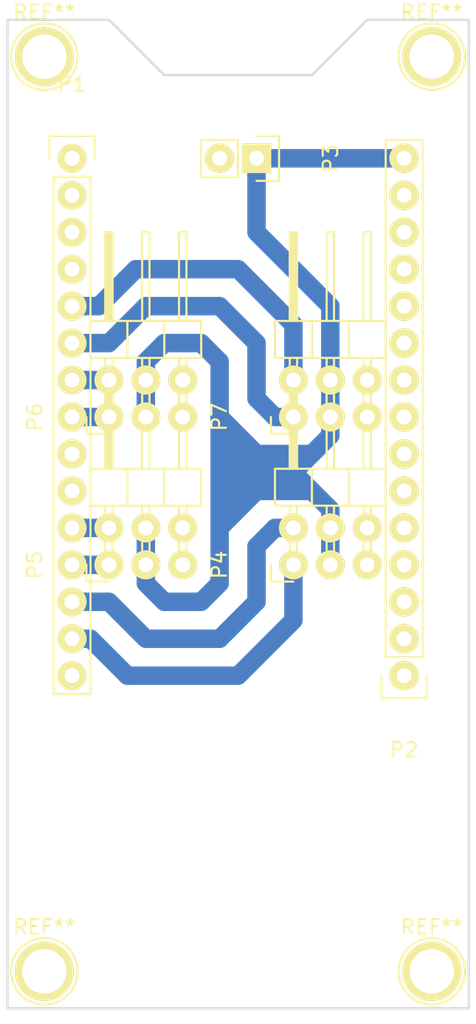
<source format=kicad_pcb>

(kicad_pcb
  (version 4)
  (host pcbnew 4.0.1-3.201512221402+6198~38~ubuntu15.04.1-stable)
  (general
    (links 29)
    (no_connects 0)
    (area 79.419667 47.97 113.620334 119.901)
    (thickness 1.6)
    (drawings 8)
    (tracks 71)
    (zones 0)
    (modules 11)
    (nets 28))
  (page A4)
  (layers
    (0 F.Cu signal)
    (31 B.Cu signal)
    (32 B.Adhes user)
    (33 F.Adhes user)
    (34 B.Paste user)
    (35 F.Paste user)
    (36 B.SilkS user)
    (37 F.SilkS user)
    (38 B.Mask user)
    (39 F.Mask user)
    (40 Dwgs.User user)
    (41 Cmts.User user)
    (42 Eco1.User user)
    (43 Eco2.User user)
    (44 Edge.Cuts user)
    (45 Margin user)
    (46 B.CrtYd user)
    (47 F.CrtYd user)
    (48 B.Fab user)
    (49 F.Fab user))
  (setup
    (last_trace_width 1.27)
    (trace_clearance 0.762)
    (zone_clearance 0.254)
    (zone_45_only no)
    (trace_min 1.27)
    (segment_width 0.2)
    (edge_width 0.15)
    (via_size 0.6)
    (via_drill 0.4)
    (via_min_size 0.4)
    (via_min_drill 0.3)
    (uvia_size 0.3)
    (uvia_drill 0.1)
    (uvias_allowed no)
    (uvia_min_size 0)
    (uvia_min_drill 0)
    (pcb_text_width 0.3)
    (pcb_text_size 1.5 1.5)
    (mod_edge_width 0.15)
    (mod_text_size 1 1)
    (mod_text_width 0.15)
    (pad_size 2 2)
    (pad_drill 1.016)
    (pad_to_mask_clearance 0.2)
    (aux_axis_origin 0 0)
    (visible_elements FFFFFF7F)
    (pcbplotparams
      (layerselection 0x01000_80000000)
      (usegerberextensions false)
      (excludeedgelayer true)
      (linewidth 0.1)
      (plotframeref false)
      (viasonmask false)
      (mode 1)
      (useauxorigin false)
      (hpglpennumber 1)
      (hpglpenspeed 20)
      (hpglpendiameter 15)
      (hpglpenoverlay 2)
      (psnegative false)
      (psa4output false)
      (plotreference true)
      (plotvalue true)
      (plotinvisibletext false)
      (padsonsilk false)
      (subtractmaskfromsilk false)
      (outputformat 1)
      (mirror false)
      (drillshape 0)
      (scaleselection 1)
      (outputdirectory "")))
  (net 0 "")
  (net 1 "Net-(P1-Pad1)")
  (net 2 GND)
  (net 3 "Net-(P1-Pad3)")
  (net 4 "Net-(P1-Pad4)")
  (net 5 D8)
  (net 6 D7)
  (net 7 D6)
  (net 8 D5)
  (net 9 "Net-(P1-Pad10)")
  (net 10 D4)
  (net 11 D3)
  (net 12 D2)
  (net 13 D1)
  (net 14 "Net-(P1-Pad15)")
  (net 15 "Net-(P2-Pad1)")
  (net 16 "Net-(P2-Pad2)")
  (net 17 "Net-(P2-Pad3)")
  (net 18 "Net-(P2-Pad4)")
  (net 19 "Net-(P2-Pad5)")
  (net 20 "Net-(P2-Pad6)")
  (net 21 "Net-(P2-Pad7)")
  (net 22 "Net-(P2-Pad8)")
  (net 23 "Net-(P2-Pad9)")
  (net 24 "Net-(P2-Pad11)")
  (net 25 "Net-(P2-Pad12)")
  (net 26 "Net-(P2-Pad13)")
  (net 27 V+)
  (net_class Default "This is the default net class."
    (clearance 0.762)
    (trace_width 1.27)
    (via_dia 0.6)
    (via_drill 0.4)
    (uvia_dia 0.3)
    (uvia_drill 0.1)
    (add_net D1)
    (add_net D2)
    (add_net D3)
    (add_net D4)
    (add_net D5)
    (add_net D6)
    (add_net D7)
    (add_net D8)
    (add_net GND)
    (add_net "Net-(P1-Pad1)")
    (add_net "Net-(P1-Pad10)")
    (add_net "Net-(P1-Pad15)")
    (add_net "Net-(P1-Pad3)")
    (add_net "Net-(P1-Pad4)")
    (add_net "Net-(P2-Pad1)")
    (add_net "Net-(P2-Pad11)")
    (add_net "Net-(P2-Pad12)")
    (add_net "Net-(P2-Pad13)")
    (add_net "Net-(P2-Pad2)")
    (add_net "Net-(P2-Pad3)")
    (add_net "Net-(P2-Pad4)")
    (add_net "Net-(P2-Pad5)")
    (add_net "Net-(P2-Pad6)")
    (add_net "Net-(P2-Pad7)")
    (add_net "Net-(P2-Pad8)")
    (add_net "Net-(P2-Pad9)")
    (add_net V+))
  (module Pin_Headers:Pin_Header_Angled_2x03 placed
    (layer F.Cu)
    (tedit 56DD6A04)
    (tstamp 5693D7EA)
    (at 87.63 77.47 90)
    (descr "Through hole pin header")
    (tags "pin header")
    (path /5693D1F3)
    (fp_text reference P6
      (at 0 -5.1 90)
      (layer F.SilkS)
      (effects
        (font
          (size 1 1)
          (thickness 0.15))))
    (fp_text value CONN_02X03
      (at 0 -3.1 90)
      (layer F.Fab)
      (effects
        (font
          (size 1 1)
          (thickness 0.15))))
    (fp_line
      (start -1.35 -1.75)
      (end -1.35 6.85)
      (layer F.CrtYd)
      (width 0.05))
    (fp_line
      (start 13.2 -1.75)
      (end 13.2 6.85)
      (layer F.CrtYd)
      (width 0.05))
    (fp_line
      (start -1.35 -1.75)
      (end 13.2 -1.75)
      (layer F.CrtYd)
      (width 0.05))
    (fp_line
      (start -1.35 6.85)
      (end 13.2 6.85)
      (layer F.CrtYd)
      (width 0.05))
    (fp_line
      (start 1.524 5.334)
      (end 1.016 5.334)
      (layer F.SilkS)
      (width 0.15))
    (fp_line
      (start 1.524 4.826)
      (end 1.016 4.826)
      (layer F.SilkS)
      (width 0.15))
    (fp_line
      (start 1.524 2.794)
      (end 1.016 2.794)
      (layer F.SilkS)
      (width 0.15))
    (fp_line
      (start 1.524 2.286)
      (end 1.016 2.286)
      (layer F.SilkS)
      (width 0.15))
    (fp_line
      (start 1.524 0.254)
      (end 1.016 0.254)
      (layer F.SilkS)
      (width 0.15))
    (fp_line
      (start 1.524 -0.254)
      (end 1.016 -0.254)
      (layer F.SilkS)
      (width 0.15))
    (fp_line
      (start 4.064 2.286)
      (end 3.556 2.286)
      (layer F.SilkS)
      (width 0.15))
    (fp_line
      (start 4.064 2.794)
      (end 3.556 2.794)
      (layer F.SilkS)
      (width 0.15))
    (fp_line
      (start 4.064 4.826)
      (end 3.556 4.826)
      (layer F.SilkS)
      (width 0.15))
    (fp_line
      (start 4.064 5.334)
      (end 3.556 5.334)
      (layer F.SilkS)
      (width 0.15))
    (fp_line
      (start 4.064 -0.254)
      (end 3.556 -0.254)
      (layer F.SilkS)
      (width 0.15))
    (fp_line
      (start 4.064 0.254)
      (end 3.556 0.254)
      (layer F.SilkS)
      (width 0.15))
    (fp_line
      (start 0 -1.55)
      (end -1.15 -1.55)
      (layer F.SilkS)
      (width 0.15))
    (fp_line
      (start -1.15 -1.55)
      (end -1.15 0)
      (layer F.SilkS)
      (width 0.15))
    (fp_line
      (start 6.604 -0.127)
      (end 12.573 -0.127)
      (layer F.SilkS)
      (width 0.15))
    (fp_line
      (start 12.573 -0.127)
      (end 12.573 0.127)
      (layer F.SilkS)
      (width 0.15))
    (fp_line
      (start 12.573 0.127)
      (end 6.731 0.127)
      (layer F.SilkS)
      (width 0.15))
    (fp_line
      (start 6.731 0.127)
      (end 6.731 0)
      (layer F.SilkS)
      (width 0.15))
    (fp_line
      (start 6.731 0)
      (end 12.573 0)
      (layer F.SilkS)
      (width 0.15))
    (fp_line
      (start 4.064 1.27)
      (end 4.064 3.81)
      (layer F.SilkS)
      (width 0.15))
    (fp_line
      (start 4.064 3.81)
      (end 6.604 3.81)
      (layer F.SilkS)
      (width 0.15))
    (fp_line
      (start 6.604 2.286)
      (end 12.7 2.286)
      (layer F.SilkS)
      (width 0.15))
    (fp_line
      (start 12.7 2.286)
      (end 12.7 2.794)
      (layer F.SilkS)
      (width 0.15))
    (fp_line
      (start 12.7 2.794)
      (end 6.604 2.794)
      (layer F.SilkS)
      (width 0.15))
    (fp_line
      (start 6.604 3.81)
      (end 6.604 1.27)
      (layer F.SilkS)
      (width 0.15))
    (fp_line
      (start 4.064 6.35)
      (end 6.604 6.35)
      (layer F.SilkS)
      (width 0.15))
    (fp_line
      (start 6.604 6.35)
      (end 6.604 3.81)
      (layer F.SilkS)
      (width 0.15))
    (fp_line
      (start 12.7 5.334)
      (end 6.604 5.334)
      (layer F.SilkS)
      (width 0.15))
    (fp_line
      (start 12.7 4.826)
      (end 12.7 5.334)
      (layer F.SilkS)
      (width 0.15))
    (fp_line
      (start 6.604 4.826)
      (end 12.7 4.826)
      (layer F.SilkS)
      (width 0.15))
    (fp_line
      (start 4.064 6.35)
      (end 6.604 6.35)
      (layer F.SilkS)
      (width 0.15))
    (fp_line
      (start 4.064 3.81)
      (end 4.064 6.35)
      (layer F.SilkS)
      (width 0.15))
    (fp_line
      (start 4.064 3.81)
      (end 6.604 3.81)
      (layer F.SilkS)
      (width 0.15))
    (fp_line
      (start 4.064 1.27)
      (end 6.604 1.27)
      (layer F.SilkS)
      (width 0.15))
    (fp_line
      (start 6.604 1.27)
      (end 6.604 -1.27)
      (layer F.SilkS)
      (width 0.15))
    (fp_line
      (start 12.7 0.254)
      (end 6.604 0.254)
      (layer F.SilkS)
      (width 0.15))
    (fp_line
      (start 12.7 -0.254)
      (end 12.7 0.254)
      (layer F.SilkS)
      (width 0.15))
    (fp_line
      (start 6.604 -0.254)
      (end 12.7 -0.254)
      (layer F.SilkS)
      (width 0.15))
    (fp_line
      (start 4.064 1.27)
      (end 6.604 1.27)
      (layer F.SilkS)
      (width 0.15))
    (fp_line
      (start 4.064 -1.27)
      (end 4.064 1.27)
      (layer F.SilkS)
      (width 0.15))
    (fp_line
      (start 4.064 -1.27)
      (end 6.604 -1.27)
      (layer F.SilkS)
      (width 0.15))
    (pad 1 thru_hole circle
      (at 0 0 90)
      (size 2 2)
      (drill 1.016)
      (layers *.Cu *.Mask F.SilkS)
      (net 8 D5))
    (pad 2 thru_hole circle
      (at 2.54 0 90)
      (size 2 2)
      (drill 1.016)
      (layers *.Cu *.Mask F.SilkS)
      (net 7 D6))
    (pad 3 thru_hole circle
      (at 0 2.54 90)
      (size 2 2)
      (drill 1.016)
      (layers *.Cu *.Mask F.SilkS)
      (net 27 V+))
    (pad 4 thru_hole circle
      (at 2.54 2.54 90)
      (size 2 2)
      (drill 1.016)
      (layers *.Cu *.Mask F.SilkS)
      (net 27 V+))
    (pad 5 thru_hole circle
      (at 0 5.08 90)
      (size 2 2)
      (drill 1.016)
      (layers *.Cu *.Mask F.SilkS))
    (pad 6 thru_hole circle
      (at 2.54 5.08 90)
      (size 2 2)
      (drill 1.016)
      (layers *.Cu *.Mask F.SilkS))
    (model Pin_Headers.3dshapes/Pin_Header_Angled_2x03.wrl
      (at
        (xyz 0.05 -0.1 0))
      (scale
        (xyz 1 1 1))
      (rotate
        (xyz 0 0 90))))
  (module Pin_Headers:Pin_Header_Angled_2x03 placed
    (layer F.Cu)
    (tedit 56DD69E4)
    (tstamp 5693D7F4)
    (at 100.33 77.47 90)
    (descr "Through hole pin header")
    (tags "pin header")
    (path /5693D22A)
    (fp_text reference P7
      (at 0 -5.1 90)
      (layer F.SilkS)
      (effects
        (font
          (size 1 1)
          (thickness 0.15))))
    (fp_text value CONN_02X03
      (at 0 -3.1 90)
      (layer F.Fab)
      (effects
        (font
          (size 1 1)
          (thickness 0.15))))
    (fp_line
      (start -1.35 -1.75)
      (end -1.35 6.85)
      (layer F.CrtYd)
      (width 0.05))
    (fp_line
      (start 13.2 -1.75)
      (end 13.2 6.85)
      (layer F.CrtYd)
      (width 0.05))
    (fp_line
      (start -1.35 -1.75)
      (end 13.2 -1.75)
      (layer F.CrtYd)
      (width 0.05))
    (fp_line
      (start -1.35 6.85)
      (end 13.2 6.85)
      (layer F.CrtYd)
      (width 0.05))
    (fp_line
      (start 1.524 5.334)
      (end 1.016 5.334)
      (layer F.SilkS)
      (width 0.15))
    (fp_line
      (start 1.524 4.826)
      (end 1.016 4.826)
      (layer F.SilkS)
      (width 0.15))
    (fp_line
      (start 1.524 2.794)
      (end 1.016 2.794)
      (layer F.SilkS)
      (width 0.15))
    (fp_line
      (start 1.524 2.286)
      (end 1.016 2.286)
      (layer F.SilkS)
      (width 0.15))
    (fp_line
      (start 1.524 0.254)
      (end 1.016 0.254)
      (layer F.SilkS)
      (width 0.15))
    (fp_line
      (start 1.524 -0.254)
      (end 1.016 -0.254)
      (layer F.SilkS)
      (width 0.15))
    (fp_line
      (start 4.064 2.286)
      (end 3.556 2.286)
      (layer F.SilkS)
      (width 0.15))
    (fp_line
      (start 4.064 2.794)
      (end 3.556 2.794)
      (layer F.SilkS)
      (width 0.15))
    (fp_line
      (start 4.064 4.826)
      (end 3.556 4.826)
      (layer F.SilkS)
      (width 0.15))
    (fp_line
      (start 4.064 5.334)
      (end 3.556 5.334)
      (layer F.SilkS)
      (width 0.15))
    (fp_line
      (start 4.064 -0.254)
      (end 3.556 -0.254)
      (layer F.SilkS)
      (width 0.15))
    (fp_line
      (start 4.064 0.254)
      (end 3.556 0.254)
      (layer F.SilkS)
      (width 0.15))
    (fp_line
      (start 0 -1.55)
      (end -1.15 -1.55)
      (layer F.SilkS)
      (width 0.15))
    (fp_line
      (start -1.15 -1.55)
      (end -1.15 0)
      (layer F.SilkS)
      (width 0.15))
    (fp_line
      (start 6.604 -0.127)
      (end 12.573 -0.127)
      (layer F.SilkS)
      (width 0.15))
    (fp_line
      (start 12.573 -0.127)
      (end 12.573 0.127)
      (layer F.SilkS)
      (width 0.15))
    (fp_line
      (start 12.573 0.127)
      (end 6.731 0.127)
      (layer F.SilkS)
      (width 0.15))
    (fp_line
      (start 6.731 0.127)
      (end 6.731 0)
      (layer F.SilkS)
      (width 0.15))
    (fp_line
      (start 6.731 0)
      (end 12.573 0)
      (layer F.SilkS)
      (width 0.15))
    (fp_line
      (start 4.064 1.27)
      (end 4.064 3.81)
      (layer F.SilkS)
      (width 0.15))
    (fp_line
      (start 4.064 3.81)
      (end 6.604 3.81)
      (layer F.SilkS)
      (width 0.15))
    (fp_line
      (start 6.604 2.286)
      (end 12.7 2.286)
      (layer F.SilkS)
      (width 0.15))
    (fp_line
      (start 12.7 2.286)
      (end 12.7 2.794)
      (layer F.SilkS)
      (width 0.15))
    (fp_line
      (start 12.7 2.794)
      (end 6.604 2.794)
      (layer F.SilkS)
      (width 0.15))
    (fp_line
      (start 6.604 3.81)
      (end 6.604 1.27)
      (layer F.SilkS)
      (width 0.15))
    (fp_line
      (start 4.064 6.35)
      (end 6.604 6.35)
      (layer F.SilkS)
      (width 0.15))
    (fp_line
      (start 6.604 6.35)
      (end 6.604 3.81)
      (layer F.SilkS)
      (width 0.15))
    (fp_line
      (start 12.7 5.334)
      (end 6.604 5.334)
      (layer F.SilkS)
      (width 0.15))
    (fp_line
      (start 12.7 4.826)
      (end 12.7 5.334)
      (layer F.SilkS)
      (width 0.15))
    (fp_line
      (start 6.604 4.826)
      (end 12.7 4.826)
      (layer F.SilkS)
      (width 0.15))
    (fp_line
      (start 4.064 6.35)
      (end 6.604 6.35)
      (layer F.SilkS)
      (width 0.15))
    (fp_line
      (start 4.064 3.81)
      (end 4.064 6.35)
      (layer F.SilkS)
      (width 0.15))
    (fp_line
      (start 4.064 3.81)
      (end 6.604 3.81)
      (layer F.SilkS)
      (width 0.15))
    (fp_line
      (start 4.064 1.27)
      (end 6.604 1.27)
      (layer F.SilkS)
      (width 0.15))
    (fp_line
      (start 6.604 1.27)
      (end 6.604 -1.27)
      (layer F.SilkS)
      (width 0.15))
    (fp_line
      (start 12.7 0.254)
      (end 6.604 0.254)
      (layer F.SilkS)
      (width 0.15))
    (fp_line
      (start 12.7 -0.254)
      (end 12.7 0.254)
      (layer F.SilkS)
      (width 0.15))
    (fp_line
      (start 6.604 -0.254)
      (end 12.7 -0.254)
      (layer F.SilkS)
      (width 0.15))
    (fp_line
      (start 4.064 1.27)
      (end 6.604 1.27)
      (layer F.SilkS)
      (width 0.15))
    (fp_line
      (start 4.064 -1.27)
      (end 4.064 1.27)
      (layer F.SilkS)
      (width 0.15))
    (fp_line
      (start 4.064 -1.27)
      (end 6.604 -1.27)
      (layer F.SilkS)
      (width 0.15))
    (pad 1 thru_hole circle
      (at 0 0 90)
      (size 2 2)
      (drill 1.016)
      (layers *.Cu *.Mask F.SilkS)
      (net 6 D7))
    (pad 2 thru_hole circle
      (at 2.54 0 90)
      (size 2 2)
      (drill 1.016)
      (layers *.Cu *.Mask F.SilkS)
      (net 5 D8))
    (pad 3 thru_hole circle
      (at 0 2.54 90)
      (size 2 2)
      (drill 1.016)
      (layers *.Cu *.Mask F.SilkS)
      (net 27 V+))
    (pad 4 thru_hole circle
      (at 2.54 2.54 90)
      (size 2 2)
      (drill 1.016)
      (layers *.Cu *.Mask F.SilkS)
      (net 27 V+))
    (pad 5 thru_hole circle
      (at 0 5.08 90)
      (size 2 2)
      (drill 1.016)
      (layers *.Cu *.Mask F.SilkS))
    (pad 6 thru_hole circle
      (at 2.54 5.08 90)
      (size 2 2)
      (drill 1.016)
      (layers *.Cu *.Mask F.SilkS))
    (model Pin_Headers.3dshapes/Pin_Header_Angled_2x03.wrl
      (at
        (xyz 0.05 -0.1 0))
      (scale
        (xyz 1 1 1))
      (rotate
        (xyz 0 0 90))))
  (module Pin_Headers:Pin_Header_Angled_2x03 placed
    (layer F.Cu)
    (tedit 56DD69C8)
    (tstamp 5693D7D6)
    (at 100.33 87.63 90)
    (descr "Through hole pin header")
    (tags "pin header")
    (path /5693D1B5)
    (fp_text reference P4
      (at 0 -5.1 90)
      (layer F.SilkS)
      (effects
        (font
          (size 1 1)
          (thickness 0.15))))
    (fp_text value CONN_02X03
      (at 0 -3.1 90)
      (layer F.Fab)
      (effects
        (font
          (size 1 1)
          (thickness 0.15))))
    (fp_line
      (start -1.35 -1.75)
      (end -1.35 6.85)
      (layer F.CrtYd)
      (width 0.05))
    (fp_line
      (start 13.2 -1.75)
      (end 13.2 6.85)
      (layer F.CrtYd)
      (width 0.05))
    (fp_line
      (start -1.35 -1.75)
      (end 13.2 -1.75)
      (layer F.CrtYd)
      (width 0.05))
    (fp_line
      (start -1.35 6.85)
      (end 13.2 6.85)
      (layer F.CrtYd)
      (width 0.05))
    (fp_line
      (start 1.524 5.334)
      (end 1.016 5.334)
      (layer F.SilkS)
      (width 0.15))
    (fp_line
      (start 1.524 4.826)
      (end 1.016 4.826)
      (layer F.SilkS)
      (width 0.15))
    (fp_line
      (start 1.524 2.794)
      (end 1.016 2.794)
      (layer F.SilkS)
      (width 0.15))
    (fp_line
      (start 1.524 2.286)
      (end 1.016 2.286)
      (layer F.SilkS)
      (width 0.15))
    (fp_line
      (start 1.524 0.254)
      (end 1.016 0.254)
      (layer F.SilkS)
      (width 0.15))
    (fp_line
      (start 1.524 -0.254)
      (end 1.016 -0.254)
      (layer F.SilkS)
      (width 0.15))
    (fp_line
      (start 4.064 2.286)
      (end 3.556 2.286)
      (layer F.SilkS)
      (width 0.15))
    (fp_line
      (start 4.064 2.794)
      (end 3.556 2.794)
      (layer F.SilkS)
      (width 0.15))
    (fp_line
      (start 4.064 4.826)
      (end 3.556 4.826)
      (layer F.SilkS)
      (width 0.15))
    (fp_line
      (start 4.064 5.334)
      (end 3.556 5.334)
      (layer F.SilkS)
      (width 0.15))
    (fp_line
      (start 4.064 -0.254)
      (end 3.556 -0.254)
      (layer F.SilkS)
      (width 0.15))
    (fp_line
      (start 4.064 0.254)
      (end 3.556 0.254)
      (layer F.SilkS)
      (width 0.15))
    (fp_line
      (start 0 -1.55)
      (end -1.15 -1.55)
      (layer F.SilkS)
      (width 0.15))
    (fp_line
      (start -1.15 -1.55)
      (end -1.15 0)
      (layer F.SilkS)
      (width 0.15))
    (fp_line
      (start 6.604 -0.127)
      (end 12.573 -0.127)
      (layer F.SilkS)
      (width 0.15))
    (fp_line
      (start 12.573 -0.127)
      (end 12.573 0.127)
      (layer F.SilkS)
      (width 0.15))
    (fp_line
      (start 12.573 0.127)
      (end 6.731 0.127)
      (layer F.SilkS)
      (width 0.15))
    (fp_line
      (start 6.731 0.127)
      (end 6.731 0)
      (layer F.SilkS)
      (width 0.15))
    (fp_line
      (start 6.731 0)
      (end 12.573 0)
      (layer F.SilkS)
      (width 0.15))
    (fp_line
      (start 4.064 1.27)
      (end 4.064 3.81)
      (layer F.SilkS)
      (width 0.15))
    (fp_line
      (start 4.064 3.81)
      (end 6.604 3.81)
      (layer F.SilkS)
      (width 0.15))
    (fp_line
      (start 6.604 2.286)
      (end 12.7 2.286)
      (layer F.SilkS)
      (width 0.15))
    (fp_line
      (start 12.7 2.286)
      (end 12.7 2.794)
      (layer F.SilkS)
      (width 0.15))
    (fp_line
      (start 12.7 2.794)
      (end 6.604 2.794)
      (layer F.SilkS)
      (width 0.15))
    (fp_line
      (start 6.604 3.81)
      (end 6.604 1.27)
      (layer F.SilkS)
      (width 0.15))
    (fp_line
      (start 4.064 6.35)
      (end 6.604 6.35)
      (layer F.SilkS)
      (width 0.15))
    (fp_line
      (start 6.604 6.35)
      (end 6.604 3.81)
      (layer F.SilkS)
      (width 0.15))
    (fp_line
      (start 12.7 5.334)
      (end 6.604 5.334)
      (layer F.SilkS)
      (width 0.15))
    (fp_line
      (start 12.7 4.826)
      (end 12.7 5.334)
      (layer F.SilkS)
      (width 0.15))
    (fp_line
      (start 6.604 4.826)
      (end 12.7 4.826)
      (layer F.SilkS)
      (width 0.15))
    (fp_line
      (start 4.064 6.35)
      (end 6.604 6.35)
      (layer F.SilkS)
      (width 0.15))
    (fp_line
      (start 4.064 3.81)
      (end 4.064 6.35)
      (layer F.SilkS)
      (width 0.15))
    (fp_line
      (start 4.064 3.81)
      (end 6.604 3.81)
      (layer F.SilkS)
      (width 0.15))
    (fp_line
      (start 4.064 1.27)
      (end 6.604 1.27)
      (layer F.SilkS)
      (width 0.15))
    (fp_line
      (start 6.604 1.27)
      (end 6.604 -1.27)
      (layer F.SilkS)
      (width 0.15))
    (fp_line
      (start 12.7 0.254)
      (end 6.604 0.254)
      (layer F.SilkS)
      (width 0.15))
    (fp_line
      (start 12.7 -0.254)
      (end 12.7 0.254)
      (layer F.SilkS)
      (width 0.15))
    (fp_line
      (start 6.604 -0.254)
      (end 12.7 -0.254)
      (layer F.SilkS)
      (width 0.15))
    (fp_line
      (start 4.064 1.27)
      (end 6.604 1.27)
      (layer F.SilkS)
      (width 0.15))
    (fp_line
      (start 4.064 -1.27)
      (end 4.064 1.27)
      (layer F.SilkS)
      (width 0.15))
    (fp_line
      (start 4.064 -1.27)
      (end 6.604 -1.27)
      (layer F.SilkS)
      (width 0.15))
    (pad 1 thru_hole circle
      (at 0 0 90)
      (size 2 2)
      (drill 1.016)
      (layers *.Cu *.Mask F.SilkS)
      (net 13 D1))
    (pad 2 thru_hole circle
      (at 2.54 0 90)
      (size 2 2)
      (drill 1.016)
      (layers *.Cu *.Mask F.SilkS)
      (net 12 D2))
    (pad 3 thru_hole circle
      (at 0 2.54 90)
      (size 2 2)
      (drill 1.016)
      (layers *.Cu *.Mask F.SilkS)
      (net 27 V+))
    (pad 4 thru_hole circle
      (at 2.54 2.54 90)
      (size 2 2)
      (drill 1.016)
      (layers *.Cu *.Mask F.SilkS)
      (net 27 V+))
    (pad 5 thru_hole circle
      (at 0 5.08 90)
      (size 2 2)
      (drill 1.016)
      (layers *.Cu *.Mask F.SilkS))
    (pad 6 thru_hole circle
      (at 2.54 5.08 90)
      (size 2 2)
      (drill 1.016)
      (layers *.Cu *.Mask F.SilkS))
    (model Pin_Headers.3dshapes/Pin_Header_Angled_2x03.wrl
      (at
        (xyz 0.05 -0.1 0))
      (scale
        (xyz 1 1 1))
      (rotate
        (xyz 0 0 90))))
  (module Pin_Headers:Pin_Header_Straight_1x15 placed
    (layer F.Cu)
    (tedit 56DD696C)
    (tstamp 5693D7B3)
    (at 85.09 59.69)
    (descr "Through hole pin header")
    (tags "pin header")
    (path /5693D00D)
    (fp_text reference P1
      (at 0 -5.1)
      (layer F.SilkS)
      (effects
        (font
          (size 1 1)
          (thickness 0.15))))
    (fp_text value CONN_01X15
      (at 0 -3.1)
      (layer F.Fab)
      (effects
        (font
          (size 1 1)
          (thickness 0.15))))
    (fp_line
      (start -1.75 -1.75)
      (end -1.75 37.35)
      (layer F.CrtYd)
      (width 0.05))
    (fp_line
      (start 1.75 -1.75)
      (end 1.75 37.35)
      (layer F.CrtYd)
      (width 0.05))
    (fp_line
      (start -1.75 -1.75)
      (end 1.75 -1.75)
      (layer F.CrtYd)
      (width 0.05))
    (fp_line
      (start -1.75 37.35)
      (end 1.75 37.35)
      (layer F.CrtYd)
      (width 0.05))
    (fp_line
      (start -1.27 1.27)
      (end -1.27 36.83)
      (layer F.SilkS)
      (width 0.15))
    (fp_line
      (start -1.27 36.83)
      (end 1.27 36.83)
      (layer F.SilkS)
      (width 0.15))
    (fp_line
      (start 1.27 36.83)
      (end 1.27 1.27)
      (layer F.SilkS)
      (width 0.15))
    (fp_line
      (start 1.55 -1.55)
      (end 1.55 0)
      (layer F.SilkS)
      (width 0.15))
    (fp_line
      (start 1.27 1.27)
      (end -1.27 1.27)
      (layer F.SilkS)
      (width 0.15))
    (fp_line
      (start -1.55 0)
      (end -1.55 -1.55)
      (layer F.SilkS)
      (width 0.15))
    (fp_line
      (start -1.55 -1.55)
      (end 1.55 -1.55)
      (layer F.SilkS)
      (width 0.15))
    (pad 1 thru_hole circle
      (at 0 0)
      (size 2 2)
      (drill 1.016)
      (layers *.Cu *.Mask F.SilkS))
    (pad 2 thru_hole circle
      (at 0 2.54)
      (size 2 2)
      (drill 1.016)
      (layers *.Cu *.Mask F.SilkS))
    (pad 3 thru_hole circle
      (at 0 5.08)
      (size 2 2)
      (drill 1.016)
      (layers *.Cu *.Mask F.SilkS))
    (pad 4 thru_hole circle
      (at 0 7.62)
      (size 2 2)
      (drill 1.016)
      (layers *.Cu *.Mask F.SilkS))
    (pad 5 thru_hole circle
      (at 0 10.16)
      (size 2 2)
      (drill 1.016)
      (layers *.Cu *.Mask F.SilkS)
      (net 5 D8))
    (pad 6 thru_hole circle
      (at 0 12.7)
      (size 2 2)
      (drill 1.016)
      (layers *.Cu *.Mask F.SilkS)
      (net 6 D7))
    (pad 7 thru_hole circle
      (at 0 15.24)
      (size 2 2)
      (drill 1.016)
      (layers *.Cu *.Mask F.SilkS)
      (net 7 D6))
    (pad 8 thru_hole circle
      (at 0 17.78)
      (size 2 2)
      (drill 1.016)
      (layers *.Cu *.Mask F.SilkS)
      (net 8 D5))
    (pad 9 thru_hole circle
      (at 0 20.32)
      (size 2 2)
      (drill 1.016)
      (layers *.Cu *.Mask F.SilkS))
    (pad 10 thru_hole circle
      (at 0 22.86)
      (size 2 2)
      (drill 1.016)
      (layers *.Cu *.Mask F.SilkS))
    (pad 11 thru_hole circle
      (at 0 25.4)
      (size 2 2)
      (drill 1.016)
      (layers *.Cu *.Mask F.SilkS)
      (net 10 D4))
    (pad 12 thru_hole circle
      (at 0 27.94)
      (size 2 2)
      (drill 1.016)
      (layers *.Cu *.Mask F.SilkS)
      (net 11 D3))
    (pad 13 thru_hole circle
      (at 0 30.48)
      (size 2 2)
      (drill 1.016)
      (layers *.Cu *.Mask F.SilkS)
      (net 12 D2))
    (pad 14 thru_hole circle
      (at 0 33.02)
      (size 2 2)
      (drill 1.016)
      (layers *.Cu *.Mask F.SilkS)
      (net 13 D1))
    (pad 15 thru_hole circle
      (at 0 35.56)
      (size 2 2)
      (drill 1.016)
      (layers *.Cu *.Mask F.SilkS))
    (model Pin_Headers.3dshapes/Pin_Header_Straight_1x15.wrl
      (at
        (xyz 0 -0.7 0))
      (scale
        (xyz 1 1 1))
      (rotate
        (xyz 0 0 90))))
  (module Pin_Headers:Pin_Header_Straight_1x15 placed
    (layer F.Cu)
    (tedit 56DD682E)
    (tstamp 5693D7C6)
    (at 107.95 95.25 180)
    (descr "Through hole pin header")
    (tags "pin header")
    (path /5693D0BB)
    (fp_text reference P2
      (at 0 -5.1 180)
      (layer F.SilkS)
      (effects
        (font
          (size 1 1)
          (thickness 0.15))))
    (fp_text value CONN_01X15
      (at 0 -3.1 180)
      (layer F.Fab)
      (effects
        (font
          (size 1 1)
          (thickness 0.15))))
    (fp_line
      (start -1.75 -1.75)
      (end -1.75 37.35)
      (layer F.CrtYd)
      (width 0.05))
    (fp_line
      (start 1.75 -1.75)
      (end 1.75 37.35)
      (layer F.CrtYd)
      (width 0.05))
    (fp_line
      (start -1.75 -1.75)
      (end 1.75 -1.75)
      (layer F.CrtYd)
      (width 0.05))
    (fp_line
      (start -1.75 37.35)
      (end 1.75 37.35)
      (layer F.CrtYd)
      (width 0.05))
    (fp_line
      (start -1.27 1.27)
      (end -1.27 36.83)
      (layer F.SilkS)
      (width 0.15))
    (fp_line
      (start -1.27 36.83)
      (end 1.27 36.83)
      (layer F.SilkS)
      (width 0.15))
    (fp_line
      (start 1.27 36.83)
      (end 1.27 1.27)
      (layer F.SilkS)
      (width 0.15))
    (fp_line
      (start 1.55 -1.55)
      (end 1.55 0)
      (layer F.SilkS)
      (width 0.15))
    (fp_line
      (start 1.27 1.27)
      (end -1.27 1.27)
      (layer F.SilkS)
      (width 0.15))
    (fp_line
      (start -1.55 0)
      (end -1.55 -1.55)
      (layer F.SilkS)
      (width 0.15))
    (fp_line
      (start -1.55 -1.55)
      (end 1.55 -1.55)
      (layer F.SilkS)
      (width 0.15))
    (pad 1 thru_hole circle
      (at 0 0 180)
      (size 2.032 2.032)
      (drill 1.016)
      (layers *.Cu *.Mask F.SilkS))
    (pad 2 thru_hole circle
      (at 0 2.54 180)
      (size 2.032 2.032)
      (drill 1.016)
      (layers *.Cu *.Mask F.SilkS))
    (pad 3 thru_hole circle
      (at 0 5.08 180)
      (size 2.032 2.032)
      (drill 1.016)
      (layers *.Cu *.Mask F.SilkS))
    (pad 4 thru_hole circle
      (at 0 7.62 180)
      (size 2.032 2.032)
      (drill 1.016)
      (layers *.Cu *.Mask F.SilkS))
    (pad 5 thru_hole circle
      (at 0 10.16 180)
      (size 2.032 2.032)
      (drill 1.016)
      (layers *.Cu *.Mask F.SilkS))
    (pad 6 thru_hole circle
      (at 0 12.7 180)
      (size 2.032 2.032)
      (drill 1.016)
      (layers *.Cu *.Mask F.SilkS))
    (pad 7 thru_hole circle
      (at 0 15.24 180)
      (size 2.032 2.032)
      (drill 1.016)
      (layers *.Cu *.Mask F.SilkS))
    (pad 8 thru_hole circle
      (at 0 17.78 180)
      (size 2.032 2.032)
      (drill 1.016)
      (layers *.Cu *.Mask F.SilkS))
    (pad 9 thru_hole circle
      (at 0 20.32 180)
      (size 2.032 2.032)
      (drill 1.016)
      (layers *.Cu *.Mask F.SilkS))
    (pad 10 thru_hole circle
      (at 0 22.86 180)
      (size 2.032 2.032)
      (drill 1.016)
      (layers *.Cu *.Mask F.SilkS))
    (pad 11 thru_hole circle
      (at 0 25.4 180)
      (size 2.032 2.032)
      (drill 1.016)
      (layers *.Cu *.Mask F.SilkS))
    (pad 12 thru_hole circle
      (at 0 27.94 180)
      (size 2.032 2.032)
      (drill 1.016)
      (layers *.Cu *.Mask F.SilkS))
    (pad 13 thru_hole circle
      (at 0 30.48 180)
      (size 2.032 2.032)
      (drill 1.016)
      (layers *.Cu *.Mask F.SilkS))
    (pad 14 thru_hole circle
      (at 0 33.02 180)
      (size 2.032 2.032)
      (drill 1.016)
      (layers *.Cu *.Mask F.SilkS))
    (pad 15 thru_hole circle
      (at 0 35.56 180)
      (size 2.032 2.032)
      (drill 1.016)
      (layers *.Cu *.Mask F.SilkS)
      (net 27 V+))
    (model Pin_Headers.3dshapes/Pin_Header_Straight_1x15.wrl
      (at
        (xyz 0 -0.7 0))
      (scale
        (xyz 1 1 1))
      (rotate
        (xyz 0 0 90))))
  (module Pin_Headers:Pin_Header_Straight_1x02 placed
    (layer F.Cu)
    (tedit 54EA090C)
    (tstamp 5693D7CC)
    (at 97.79 59.69 270)
    (descr "Through hole pin header")
    (tags "pin header")
    (path /5693E171)
    (fp_text reference P3
      (at 0 -5.1 270)
      (layer F.SilkS)
      (effects
        (font
          (size 1 1)
          (thickness 0.15))))
    (fp_text value CONN_01X02
      (at 0 -3.1 270)
      (layer F.Fab)
      (effects
        (font
          (size 1 1)
          (thickness 0.15))))
    (fp_line
      (start 1.27 1.27)
      (end 1.27 3.81)
      (layer F.SilkS)
      (width 0.15))
    (fp_line
      (start 1.55 -1.55)
      (end 1.55 0)
      (layer F.SilkS)
      (width 0.15))
    (fp_line
      (start -1.75 -1.75)
      (end -1.75 4.3)
      (layer F.CrtYd)
      (width 0.05))
    (fp_line
      (start 1.75 -1.75)
      (end 1.75 4.3)
      (layer F.CrtYd)
      (width 0.05))
    (fp_line
      (start -1.75 -1.75)
      (end 1.75 -1.75)
      (layer F.CrtYd)
      (width 0.05))
    (fp_line
      (start -1.75 4.3)
      (end 1.75 4.3)
      (layer F.CrtYd)
      (width 0.05))
    (fp_line
      (start 1.27 1.27)
      (end -1.27 1.27)
      (layer F.SilkS)
      (width 0.15))
    (fp_line
      (start -1.55 0)
      (end -1.55 -1.55)
      (layer F.SilkS)
      (width 0.15))
    (fp_line
      (start -1.55 -1.55)
      (end 1.55 -1.55)
      (layer F.SilkS)
      (width 0.15))
    (fp_line
      (start -1.27 1.27)
      (end -1.27 3.81)
      (layer F.SilkS)
      (width 0.15))
    (fp_line
      (start -1.27 3.81)
      (end 1.27 3.81)
      (layer F.SilkS)
      (width 0.15))
    (pad 1 thru_hole rect
      (at 0 0 270)
      (size 2.032 2.032)
      (drill 1.016)
      (layers *.Cu *.Mask F.SilkS)
      (net 27 V+))
    (pad 2 thru_hole oval
      (at 0 2.54 270)
      (size 2.032 2.032)
      (drill 1.016)
      (layers *.Cu *.Mask F.SilkS))
    (model Pin_Headers.3dshapes/Pin_Header_Straight_1x02.wrl
      (at
        (xyz 0 -0.05 0))
      (scale
        (xyz 1 1 1))
      (rotate
        (xyz 0 0 90))))
  (module Pin_Headers:Pin_Header_Angled_2x03 placed
    (layer F.Cu)
    (tedit 56DD69B8)
    (tstamp 5693D7E0)
    (at 87.63 87.63 90)
    (descr "Through hole pin header")
    (tags "pin header")
    (path /5693D13B)
    (fp_text reference P5
      (at 0 -5.1 90)
      (layer F.SilkS)
      (effects
        (font
          (size 1 1)
          (thickness 0.15))))
    (fp_text value CONN_02X03
      (at 0 -3.1 90)
      (layer F.Fab)
      (effects
        (font
          (size 1 1)
          (thickness 0.15))))
    (fp_line
      (start -1.35 -1.75)
      (end -1.35 6.85)
      (layer F.CrtYd)
      (width 0.05))
    (fp_line
      (start 13.2 -1.75)
      (end 13.2 6.85)
      (layer F.CrtYd)
      (width 0.05))
    (fp_line
      (start -1.35 -1.75)
      (end 13.2 -1.75)
      (layer F.CrtYd)
      (width 0.05))
    (fp_line
      (start -1.35 6.85)
      (end 13.2 6.85)
      (layer F.CrtYd)
      (width 0.05))
    (fp_line
      (start 1.524 5.334)
      (end 1.016 5.334)
      (layer F.SilkS)
      (width 0.15))
    (fp_line
      (start 1.524 4.826)
      (end 1.016 4.826)
      (layer F.SilkS)
      (width 0.15))
    (fp_line
      (start 1.524 2.794)
      (end 1.016 2.794)
      (layer F.SilkS)
      (width 0.15))
    (fp_line
      (start 1.524 2.286)
      (end 1.016 2.286)
      (layer F.SilkS)
      (width 0.15))
    (fp_line
      (start 1.524 0.254)
      (end 1.016 0.254)
      (layer F.SilkS)
      (width 0.15))
    (fp_line
      (start 1.524 -0.254)
      (end 1.016 -0.254)
      (layer F.SilkS)
      (width 0.15))
    (fp_line
      (start 4.064 2.286)
      (end 3.556 2.286)
      (layer F.SilkS)
      (width 0.15))
    (fp_line
      (start 4.064 2.794)
      (end 3.556 2.794)
      (layer F.SilkS)
      (width 0.15))
    (fp_line
      (start 4.064 4.826)
      (end 3.556 4.826)
      (layer F.SilkS)
      (width 0.15))
    (fp_line
      (start 4.064 5.334)
      (end 3.556 5.334)
      (layer F.SilkS)
      (width 0.15))
    (fp_line
      (start 4.064 -0.254)
      (end 3.556 -0.254)
      (layer F.SilkS)
      (width 0.15))
    (fp_line
      (start 4.064 0.254)
      (end 3.556 0.254)
      (layer F.SilkS)
      (width 0.15))
    (fp_line
      (start 0 -1.55)
      (end -1.15 -1.55)
      (layer F.SilkS)
      (width 0.15))
    (fp_line
      (start -1.15 -1.55)
      (end -1.15 0)
      (layer F.SilkS)
      (width 0.15))
    (fp_line
      (start 6.604 -0.127)
      (end 12.573 -0.127)
      (layer F.SilkS)
      (width 0.15))
    (fp_line
      (start 12.573 -0.127)
      (end 12.573 0.127)
      (layer F.SilkS)
      (width 0.15))
    (fp_line
      (start 12.573 0.127)
      (end 6.731 0.127)
      (layer F.SilkS)
      (width 0.15))
    (fp_line
      (start 6.731 0.127)
      (end 6.731 0)
      (layer F.SilkS)
      (width 0.15))
    (fp_line
      (start 6.731 0)
      (end 12.573 0)
      (layer F.SilkS)
      (width 0.15))
    (fp_line
      (start 4.064 1.27)
      (end 4.064 3.81)
      (layer F.SilkS)
      (width 0.15))
    (fp_line
      (start 4.064 3.81)
      (end 6.604 3.81)
      (layer F.SilkS)
      (width 0.15))
    (fp_line
      (start 6.604 2.286)
      (end 12.7 2.286)
      (layer F.SilkS)
      (width 0.15))
    (fp_line
      (start 12.7 2.286)
      (end 12.7 2.794)
      (layer F.SilkS)
      (width 0.15))
    (fp_line
      (start 12.7 2.794)
      (end 6.604 2.794)
      (layer F.SilkS)
      (width 0.15))
    (fp_line
      (start 6.604 3.81)
      (end 6.604 1.27)
      (layer F.SilkS)
      (width 0.15))
    (fp_line
      (start 4.064 6.35)
      (end 6.604 6.35)
      (layer F.SilkS)
      (width 0.15))
    (fp_line
      (start 6.604 6.35)
      (end 6.604 3.81)
      (layer F.SilkS)
      (width 0.15))
    (fp_line
      (start 12.7 5.334)
      (end 6.604 5.334)
      (layer F.SilkS)
      (width 0.15))
    (fp_line
      (start 12.7 4.826)
      (end 12.7 5.334)
      (layer F.SilkS)
      (width 0.15))
    (fp_line
      (start 6.604 4.826)
      (end 12.7 4.826)
      (layer F.SilkS)
      (width 0.15))
    (fp_line
      (start 4.064 6.35)
      (end 6.604 6.35)
      (layer F.SilkS)
      (width 0.15))
    (fp_line
      (start 4.064 3.81)
      (end 4.064 6.35)
      (layer F.SilkS)
      (width 0.15))
    (fp_line
      (start 4.064 3.81)
      (end 6.604 3.81)
      (layer F.SilkS)
      (width 0.15))
    (fp_line
      (start 4.064 1.27)
      (end 6.604 1.27)
      (layer F.SilkS)
      (width 0.15))
    (fp_line
      (start 6.604 1.27)
      (end 6.604 -1.27)
      (layer F.SilkS)
      (width 0.15))
    (fp_line
      (start 12.7 0.254)
      (end 6.604 0.254)
      (layer F.SilkS)
      (width 0.15))
    (fp_line
      (start 12.7 -0.254)
      (end 12.7 0.254)
      (layer F.SilkS)
      (width 0.15))
    (fp_line
      (start 6.604 -0.254)
      (end 12.7 -0.254)
      (layer F.SilkS)
      (width 0.15))
    (fp_line
      (start 4.064 1.27)
      (end 6.604 1.27)
      (layer F.SilkS)
      (width 0.15))
    (fp_line
      (start 4.064 -1.27)
      (end 4.064 1.27)
      (layer F.SilkS)
      (width 0.15))
    (fp_line
      (start 4.064 -1.27)
      (end 6.604 -1.27)
      (layer F.SilkS)
      (width 0.15))
    (pad 1 thru_hole circle
      (at 0 0 90)
      (size 2 2)
      (drill 1.016)
      (layers *.Cu *.Mask F.SilkS)
      (net 11 D3))
    (pad 2 thru_hole circle
      (at 2.54 0 90)
      (size 2 2)
      (drill 1.016)
      (layers *.Cu *.Mask F.SilkS)
      (net 10 D4))
    (pad 3 thru_hole circle
      (at 0 2.54 90)
      (size 2 2)
      (drill 1.016)
      (layers *.Cu *.Mask F.SilkS)
      (net 27 V+))
    (pad 4 thru_hole circle
      (at 2.54 2.54 90)
      (size 2 2)
      (drill 1.016)
      (layers *.Cu *.Mask F.SilkS)
      (net 27 V+))
    (pad 5 thru_hole circle
      (at 0 5.08 90)
      (size 2 2)
      (drill 1.016)
      (layers *.Cu *.Mask F.SilkS))
    (pad 6 thru_hole circle
      (at 2.54 5.08 90)
      (size 2 2)
      (drill 1.016)
      (layers *.Cu *.Mask F.SilkS))
    (model Pin_Headers.3dshapes/Pin_Header_Angled_2x03.wrl
      (at
        (xyz 0.05 -0.1 0))
      (scale
        (xyz 1 1 1))
      (rotate
        (xyz 0 0 90))))
  (module Connect:1pin
    (layer F.Cu)
    (tedit 0)
    (tstamp 56DD675E)
    (at 109.855 52.705)
    (descr "module 1 pin (ou trou mecanique de percage)")
    (tags DEV)
    (fp_text reference REF**
      (at 0 -3.048)
      (layer F.SilkS)
      (effects
        (font
          (size 1 1)
          (thickness 0.15))))
    (fp_text value 1pin
      (at 0 2.794)
      (layer F.Fab)
      (effects
        (font
          (size 1 1)
          (thickness 0.15))))
    (fp_circle
      (center 0 0)
      (end 0 -2.286)
      (layer F.SilkS)
      (width 0.15))
    (pad 1 thru_hole circle
      (at 0 0)
      (size 4.064 4.064)
      (drill 3.048)
      (layers *.Cu *.Mask F.SilkS)))
  (module Connect:1pin
    (layer F.Cu)
    (tedit 0)
    (tstamp 56DD6E96)
    (at 83.185 52.705)
    (descr "module 1 pin (ou trou mecanique de percage)")
    (tags DEV)
    (fp_text reference REF**
      (at 0 -3.048)
      (layer F.SilkS)
      (effects
        (font
          (size 1 1)
          (thickness 0.15))))
    (fp_text value 1pin
      (at 0 2.794)
      (layer F.Fab)
      (effects
        (font
          (size 1 1)
          (thickness 0.15))))
    (fp_circle
      (center 0 0)
      (end 0 -2.286)
      (layer F.SilkS)
      (width 0.15))
    (pad 1 thru_hole circle
      (at 0 0)
      (size 4.064 4.064)
      (drill 3.048)
      (layers *.Cu *.Mask F.SilkS)))
  (module Connect:1pin
    (layer F.Cu)
    (tedit 0)
    (tstamp 56DD6E9C)
    (at 83.185 115.57)
    (descr "module 1 pin (ou trou mecanique de percage)")
    (tags DEV)
    (fp_text reference REF**
      (at 0 -3.048)
      (layer F.SilkS)
      (effects
        (font
          (size 1 1)
          (thickness 0.15))))
    (fp_text value 1pin
      (at 0 2.794)
      (layer F.Fab)
      (effects
        (font
          (size 1 1)
          (thickness 0.15))))
    (fp_circle
      (center 0 0)
      (end 0 -2.286)
      (layer F.SilkS)
      (width 0.15))
    (pad 1 thru_hole circle
      (at 0 0)
      (size 4.064 4.064)
      (drill 3.048)
      (layers *.Cu *.Mask F.SilkS)))
  (module Connect:1pin
    (layer F.Cu)
    (tedit 0)
    (tstamp 56DD6EA2)
    (at 109.855 115.57)
    (descr "module 1 pin (ou trou mecanique de percage)")
    (tags DEV)
    (fp_text reference REF**
      (at 0 -3.048)
      (layer F.SilkS)
      (effects
        (font
          (size 1 1)
          (thickness 0.15))))
    (fp_text value 1pin
      (at 0 2.794)
      (layer F.Fab)
      (effects
        (font
          (size 1 1)
          (thickness 0.15))))
    (fp_circle
      (center 0 0)
      (end 0 -2.286)
      (layer F.SilkS)
      (width 0.15))
    (pad 1 thru_hole circle
      (at 0 0)
      (size 4.064 4.064)
      (drill 3.048)
      (layers *.Cu *.Mask F.SilkS)))
  (gr_line
    (start 80.645 118.11)
    (end 112.395 118.11)
    (angle 90)
    (layer Edge.Cuts)
    (width 0.15))
  (gr_line
    (start 105.41 50.165)
    (end 112.395 50.165)
    (angle 90)
    (layer Edge.Cuts)
    (width 0.15))
  (gr_line
    (start 101.6 53.975)
    (end 105.41 50.165)
    (angle 90)
    (layer Edge.Cuts)
    (width 0.15))
  (gr_line
    (start 91.44 53.975)
    (end 101.6 53.975)
    (angle 90)
    (layer Edge.Cuts)
    (width 0.15))
  (gr_line
    (start 87.63 50.165)
    (end 91.44 53.975)
    (angle 90)
    (layer Edge.Cuts)
    (width 0.15))
  (gr_line
    (start 80.645 50.165)
    (end 87.63 50.165)
    (angle 90)
    (layer Edge.Cuts)
    (width 0.15))
  (gr_line
    (start 80.645 50.165)
    (end 80.645 118.11)
    (angle 90)
    (layer Edge.Cuts)
    (width 0.15))
  (gr_line
    (start 112.395 118.11)
    (end 112.395 50.165)
    (angle 90)
    (layer Edge.Cuts)
    (width 0.15))
  (segment
    (start 85.09 69.85)
    (end 86.937104 69.85)
    (width 1.27)
    (layer B.Cu)
    (net 5))
  (segment
    (start 100.33 71.12)
    (end 100.33 74.93)
    (width 1.27)
    (layer B.Cu)
    (net 5))
  (segment
    (start 96.52 67.31)
    (end 100.33 71.12)
    (width 1.27)
    (layer B.Cu)
    (net 5))
  (segment
    (start 89.477104 67.31)
    (end 96.52 67.31)
    (width 1.27)
    (layer B.Cu)
    (net 5))
  (segment
    (start 86.937104 69.85)
    (end 89.477104 67.31)
    (width 1.27)
    (layer B.Cu)
    (net 5))
  (segment
    (start 85.09 72.39)
    (end 87.63 72.39)
    (width 1.27)
    (layer B.Cu)
    (net 6))
  (segment
    (start 99.06 77.47)
    (end 100.33 77.47)
    (width 1.27)
    (layer B.Cu)
    (net 6))
  (segment
    (start 97.79 76.2)
    (end 99.06 77.47)
    (width 1.27)
    (layer B.Cu)
    (net 6))
  (segment
    (start 97.79 72.39)
    (end 97.79 76.2)
    (width 1.27)
    (layer B.Cu)
    (net 6))
  (segment
    (start 95.25 69.85)
    (end 97.79 72.39)
    (width 1.27)
    (layer B.Cu)
    (net 6))
  (segment
    (start 90.17 69.85)
    (end 95.25 69.85)
    (width 1.27)
    (layer B.Cu)
    (net 6))
  (segment
    (start 87.63 72.39)
    (end 90.17 69.85)
    (width 1.27)
    (layer B.Cu)
    (net 6))
  (segment
    (start 85.09 74.93)
    (end 87.63 74.93)
    (width 1.27)
    (layer B.Cu)
    (net 7))
  (segment
    (start 85.09 77.47)
    (end 87.63 77.47)
    (width 1.27)
    (layer B.Cu)
    (net 8))
  (segment
    (start 85.09 85.09)
    (end 87.63 85.09)
    (width 1.27)
    (layer B.Cu)
    (net 10))
  (segment
    (start 85.09 87.63)
    (end 87.63 87.63)
    (width 1.27)
    (layer B.Cu)
    (net 11))
  (segment
    (start 85.09 90.17)
    (end 87.63 90.17)
    (width 1.27)
    (layer B.Cu)
    (net 12))
  (segment
    (start 99.06 85.09)
    (end 100.33 85.09)
    (width 1.27)
    (layer B.Cu)
    (net 12))
  (segment
    (start 97.79 86.36)
    (end 99.06 85.09)
    (width 1.27)
    (layer B.Cu)
    (net 12))
  (segment
    (start 97.79 90.17)
    (end 97.79 86.36)
    (width 1.27)
    (layer B.Cu)
    (net 12))
  (segment
    (start 95.25 92.71)
    (end 97.79 90.17)
    (width 1.27)
    (layer B.Cu)
    (net 12))
  (segment
    (start 90.17 92.71)
    (end 95.25 92.71)
    (width 1.27)
    (layer B.Cu)
    (net 12))
  (segment
    (start 87.63 90.17)
    (end 90.17 92.71)
    (width 1.27)
    (layer B.Cu)
    (net 12))
  (segment
    (start 85.09 92.71)
    (end 86.36 92.71)
    (width 1.27)
    (layer B.Cu)
    (net 13))
  (segment
    (start 100.33 91.44)
    (end 100.33 87.63)
    (width 1.27)
    (layer B.Cu)
    (net 13))
  (segment
    (start 96.52 95.25)
    (end 100.33 91.44)
    (width 1.27)
    (layer B.Cu)
    (net 13))
  (segment
    (start 88.9 95.25)
    (end 96.52 95.25)
    (width 1.27)
    (layer B.Cu)
    (net 13))
  (segment
    (start 86.36 92.71)
    (end 88.9 95.25)
    (width 1.27)
    (layer B.Cu)
    (net 13))
  (segment
    (start 95.885 81.915)
    (end 99.695 81.915)
    (width 1.27)
    (layer B.Cu)
    (net 27))
  (segment
    (start 99.695 81.915)
    (end 100.33 81.28)
    (width 1.27)
    (layer B.Cu)
    (net 27))
  (segment
    (start 95.885 78.105)
    (end 95.885 81.915)
    (width 1.27)
    (layer B.Cu)
    (net 27))
  (segment
    (start 95.885 81.915)
    (end 95.885 84.455)
    (width 1.27)
    (layer B.Cu)
    (net 27))
  (segment
    (start 95.885 84.455)
    (end 95.885 83.82)
    (width 1.27)
    (layer B.Cu)
    (net 27))
  (segment
    (start 95.885 83.82)
    (end 95.885 84.455)
    (width 1.27)
    (layer B.Cu)
    (net 27))
  (segment
    (start 97.79 82.55)
    (end 95.885 84.455)
    (width 1.27)
    (layer B.Cu)
    (net 27))
  (segment
    (start 95.885 84.455)
    (end 95.25 85.09)
    (width 1.27)
    (layer B.Cu)
    (net 27))
  (segment
    (start 97.79 80.01)
    (end 95.885 78.105)
    (width 1.27)
    (layer B.Cu)
    (net 27))
  (segment
    (start 95.885 78.105)
    (end 95.25 77.47)
    (width 1.27)
    (layer B.Cu)
    (net 27))
  (segment
    (start 95.25 81.28)
    (end 100.33 81.28)
    (width 1.27)
    (layer B.Cu)
    (net 27))
  (segment
    (start 95.25 80.01)
    (end 97.79 80.01)
    (width 1.27)
    (layer B.Cu)
    (net 27))
  (segment
    (start 97.79 80.01)
    (end 101.6 80.01)
    (width 1.27)
    (layer B.Cu)
    (net 27))
  (segment
    (start 95.25 82.55)
    (end 97.79 82.55)
    (width 1.27)
    (layer B.Cu)
    (net 27))
  (segment
    (start 97.79 82.55)
    (end 101.6 82.55)
    (width 1.27)
    (layer B.Cu)
    (net 27))
  (segment
    (start 97.79 59.69)
    (end 107.95 59.69)
    (width 1.27)
    (layer B.Cu)
    (net 27))
  (segment
    (start 100.33 81.28)
    (end 101.6 82.55)
    (width 1.27)
    (layer B.Cu)
    (net 27))
  (segment
    (start 101.6 82.55)
    (end 102.87 83.82)
    (width 1.27)
    (layer B.Cu)
    (net 27))
  (segment
    (start 102.87 83.82)
    (end 102.87 85.09)
    (width 1.27)
    (layer B.Cu)
    (net 27))
  (segment
    (start 102.87 78.74)
    (end 102.87 77.47)
    (width 1.27)
    (layer B.Cu)
    (net 27))
  (segment
    (start 101.6 80.01)
    (end 102.87 78.74)
    (width 1.27)
    (layer B.Cu)
    (net 27))
  (segment
    (start 100.33 81.28)
    (end 101.6 80.01)
    (width 1.27)
    (layer B.Cu)
    (net 27))
  (segment
    (start 97.79 59.69)
    (end 97.79 64.77)
    (width 1.27)
    (layer B.Cu)
    (net 27))
  (segment
    (start 102.87 69.85)
    (end 102.87 74.93)
    (width 1.27)
    (layer B.Cu)
    (net 27))
  (segment
    (start 97.79 64.77)
    (end 102.87 69.85)
    (width 1.27)
    (layer B.Cu)
    (net 27))
  (segment
    (start 102.87 77.47)
    (end 102.87 74.93)
    (width 1.27)
    (layer B.Cu)
    (net 27))
  (segment
    (start 102.87 87.63)
    (end 102.87 85.09)
    (width 1.27)
    (layer B.Cu)
    (net 27))
  (segment
    (start 90.17 85.09)
    (end 90.17 87.63)
    (width 1.27)
    (layer B.Cu)
    (net 27))
  (segment
    (start 90.17 74.93)
    (end 90.17 77.47)
    (width 1.27)
    (layer B.Cu)
    (net 27))
  (segment
    (start 90.17 74.93)
    (end 90.17 73.66)
    (width 1.27)
    (layer B.Cu)
    (net 27))
  (segment
    (start 95.25 73.66)
    (end 95.25 77.47)
    (width 1.27)
    (layer B.Cu)
    (net 27))
  (segment
    (start 93.98 72.39)
    (end 95.25 73.66)
    (width 1.27)
    (layer B.Cu)
    (net 27))
  (segment
    (start 91.44 72.39)
    (end 93.98 72.39)
    (width 1.27)
    (layer B.Cu)
    (net 27))
  (segment
    (start 90.17 73.66)
    (end 91.44 72.39)
    (width 1.27)
    (layer B.Cu)
    (net 27))
  (segment
    (start 95.25 77.47)
    (end 95.25 80.01)
    (width 1.27)
    (layer B.Cu)
    (net 27))
  (segment
    (start 95.25 80.01)
    (end 95.25 81.28)
    (width 1.27)
    (layer B.Cu)
    (net 27))
  (segment
    (start 90.17 88.9)
    (end 90.17 87.63)
    (width 1.27)
    (layer B.Cu)
    (net 27))
  (segment
    (start 95.25 85.09)
    (end 95.25 88.9)
    (width 1.27)
    (layer B.Cu)
    (net 27))
  (segment
    (start 91.44 90.17)
    (end 90.17 88.9)
    (width 1.27)
    (layer B.Cu)
    (net 27))
  (segment
    (start 93.98 90.17)
    (end 91.44 90.17)
    (width 1.27)
    (layer B.Cu)
    (net 27))
  (segment
    (start 95.25 88.9)
    (end 93.98 90.17)
    (width 1.27)
    (layer B.Cu)
    (net 27))
  (segment
    (start 95.25 81.28)
    (end 95.25 82.55)
    (width 1.27)
    (layer B.Cu)
    (net 27))
  (segment
    (start 95.25 82.55)
    (end 95.25 85.09)
    (width 1.27)
    (layer B.Cu)
    (net 27)))
</source>
